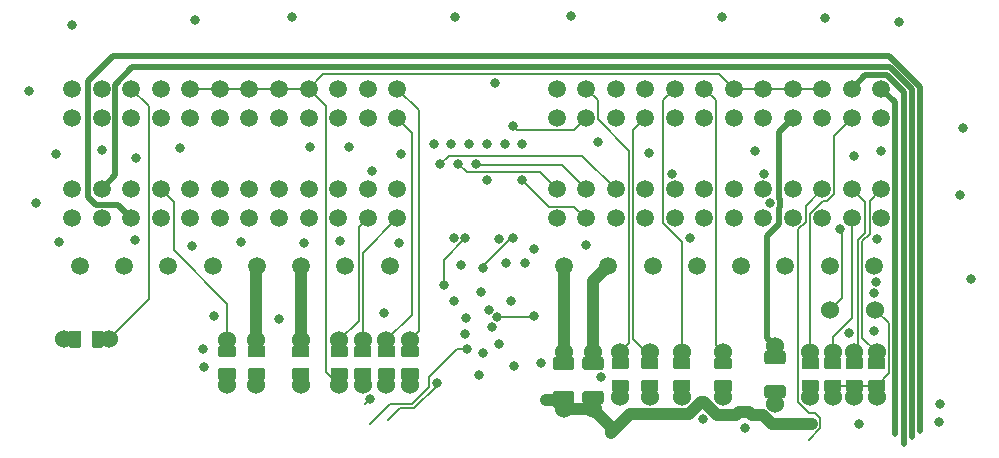
<source format=gtl>
G75*
G70*
%OFA0B0*%
%FSLAX25Y25*%
%IPPOS*%
%LPD*%
%AMOC8*
5,1,8,0,0,1.08239X$1,22.5*
%
%ADD10C,0.05906*%
%ADD11C,0.06000*%
%ADD12C,0.03150*%
%ADD13C,0.00787*%
%ADD14C,0.01969*%
%ADD15C,0.03937*%
X0000000Y0000000D02*
%LPD*%
G01*
D10*
X0304741Y0353214D03*
X0294899Y0353214D03*
X0285056Y0353214D03*
X0275214Y0353214D03*
X0265371Y0353214D03*
X0255529Y0353214D03*
X0245686Y0353214D03*
X0235844Y0353214D03*
X0226001Y0353214D03*
X0216159Y0353214D03*
X0206316Y0353214D03*
X0196473Y0353214D03*
X0304741Y0343372D03*
X0294899Y0343372D03*
X0285056Y0343372D03*
X0275214Y0343372D03*
X0265371Y0343372D03*
X0255529Y0343372D03*
X0245686Y0343372D03*
X0235844Y0343372D03*
X0226001Y0343372D03*
X0216159Y0343372D03*
X0206316Y0343372D03*
X0196473Y0343372D03*
X0304741Y0319750D03*
X0294899Y0319750D03*
X0285056Y0319750D03*
X0275214Y0319750D03*
X0265371Y0319750D03*
X0255529Y0319750D03*
X0245686Y0319750D03*
X0235844Y0319750D03*
X0226001Y0319750D03*
X0216159Y0319750D03*
X0206316Y0319750D03*
X0196473Y0319750D03*
X0304741Y0309907D03*
X0294899Y0309907D03*
X0285056Y0309907D03*
X0275214Y0309907D03*
X0265371Y0309907D03*
X0255529Y0309907D03*
X0245686Y0309907D03*
X0235844Y0309907D03*
X0226001Y0309907D03*
X0216159Y0309907D03*
X0206316Y0309907D03*
X0196473Y0309907D03*
X0302281Y0294159D03*
X0287517Y0294159D03*
X0272753Y0294159D03*
X0257989Y0294159D03*
X0243225Y0294159D03*
X0228462Y0294159D03*
X0213698Y0294159D03*
X0198934Y0294159D03*
X0143324Y0353214D03*
X0133481Y0353214D03*
X0123639Y0353214D03*
X0113796Y0353214D03*
X0103954Y0353214D03*
X0094111Y0353214D03*
X0084269Y0353214D03*
X0074426Y0353214D03*
X0064584Y0353214D03*
X0054741Y0353214D03*
X0044899Y0353214D03*
X0035056Y0353214D03*
X0143324Y0343372D03*
X0133481Y0343372D03*
X0123639Y0343372D03*
X0113796Y0343372D03*
X0103954Y0343372D03*
X0094111Y0343372D03*
X0084269Y0343372D03*
X0074426Y0343372D03*
X0064584Y0343372D03*
X0054741Y0343372D03*
X0044899Y0343372D03*
X0035056Y0343372D03*
X0143324Y0319750D03*
X0133481Y0319750D03*
X0123639Y0319750D03*
X0113796Y0319750D03*
X0103954Y0319750D03*
X0094111Y0319750D03*
X0084269Y0319750D03*
X0074426Y0319750D03*
X0064584Y0319750D03*
X0054741Y0319750D03*
X0044899Y0319750D03*
X0035056Y0319750D03*
X0143324Y0309907D03*
X0133481Y0309907D03*
X0123639Y0309907D03*
X0113796Y0309907D03*
X0103954Y0309907D03*
X0094111Y0309907D03*
X0084269Y0309907D03*
X0074426Y0309907D03*
X0064584Y0309907D03*
X0054741Y0309907D03*
X0044899Y0309907D03*
X0035056Y0309907D03*
X0140863Y0294159D03*
X0126099Y0294159D03*
X0111336Y0294159D03*
X0096572Y0294159D03*
X0081808Y0294159D03*
X0067044Y0294159D03*
X0052281Y0294159D03*
X0037517Y0294159D03*
D11*
X0131890Y0269311D03*
G36*
G01*
X0129429Y0267520D02*
X0134350Y0267520D01*
G75*
G02*
X0134744Y0267126I0000000J-000394D01*
G01*
X0134744Y0263976D01*
G75*
G02*
X0134350Y0263583I-000394J0000000D01*
G01*
X0129429Y0263583D01*
G75*
G02*
X0129035Y0263976I0000000J0000394D01*
G01*
X0129035Y0267126D01*
G75*
G02*
X0129429Y0267520I0000394J0000000D01*
G01*
G37*
G36*
G01*
X0129429Y0260039D02*
X0134350Y0260039D01*
G75*
G02*
X0134744Y0259646I0000000J-000394D01*
G01*
X0134744Y0256496D01*
G75*
G02*
X0134350Y0256102I-000394J0000000D01*
G01*
X0129429Y0256102D01*
G75*
G02*
X0129035Y0256496I0000000J0000394D01*
G01*
X0129035Y0259646D01*
G75*
G02*
X0129429Y0260039I0000394J0000000D01*
G01*
G37*
X0131890Y0254311D03*
X0032244Y0269685D03*
G36*
G01*
X0034035Y0267224D02*
X0034035Y0272146D01*
G75*
G02*
X0034429Y0272539I0000394J0000000D01*
G01*
X0037579Y0272539D01*
G75*
G02*
X0037972Y0272146I0000000J-000394D01*
G01*
X0037972Y0267224D01*
G75*
G02*
X0037579Y0266831I-000394J0000000D01*
G01*
X0034429Y0266831D01*
G75*
G02*
X0034035Y0267224I0000000J0000394D01*
G01*
G37*
G36*
G01*
X0041516Y0267224D02*
X0041516Y0272146D01*
G75*
G02*
X0041910Y0272539I0000394J0000000D01*
G01*
X0045059Y0272539D01*
G75*
G02*
X0045453Y0272146I0000000J-000394D01*
G01*
X0045453Y0267224D01*
G75*
G02*
X0045059Y0266831I-000394J0000000D01*
G01*
X0041910Y0266831D01*
G75*
G02*
X0041516Y0267224I0000000J0000394D01*
G01*
G37*
X0047244Y0269685D03*
X0124016Y0269311D03*
G36*
G01*
X0121555Y0267520D02*
X0126476Y0267520D01*
G75*
G02*
X0126870Y0267126I0000000J-000394D01*
G01*
X0126870Y0263976D01*
G75*
G02*
X0126476Y0263583I-000394J0000000D01*
G01*
X0121555Y0263583D01*
G75*
G02*
X0121161Y0263976I0000000J0000394D01*
G01*
X0121161Y0267126D01*
G75*
G02*
X0121555Y0267520I0000394J0000000D01*
G01*
G37*
G36*
G01*
X0121555Y0260039D02*
X0126476Y0260039D01*
G75*
G02*
X0126870Y0259646I0000000J-000394D01*
G01*
X0126870Y0256496D01*
G75*
G02*
X0126476Y0256102I-000394J0000000D01*
G01*
X0121555Y0256102D01*
G75*
G02*
X0121161Y0256496I0000000J0000394D01*
G01*
X0121161Y0259646D01*
G75*
G02*
X0121555Y0260039I0000394J0000000D01*
G01*
G37*
X0124016Y0254311D03*
X0086614Y0269311D03*
G36*
G01*
X0084154Y0267520D02*
X0089075Y0267520D01*
G75*
G02*
X0089469Y0267126I0000000J-000394D01*
G01*
X0089469Y0263976D01*
G75*
G02*
X0089075Y0263583I-000394J0000000D01*
G01*
X0084154Y0263583D01*
G75*
G02*
X0083760Y0263976I0000000J0000394D01*
G01*
X0083760Y0267126D01*
G75*
G02*
X0084154Y0267520I0000394J0000000D01*
G01*
G37*
G36*
G01*
X0084154Y0260039D02*
X0089075Y0260039D01*
G75*
G02*
X0089469Y0259646I0000000J-000394D01*
G01*
X0089469Y0256496D01*
G75*
G02*
X0089075Y0256102I-000394J0000000D01*
G01*
X0084154Y0256102D01*
G75*
G02*
X0083760Y0256496I0000000J0000394D01*
G01*
X0083760Y0259646D01*
G75*
G02*
X0084154Y0260039I0000394J0000000D01*
G01*
G37*
X0086614Y0254311D03*
X0208661Y0265551D03*
G36*
G01*
X0205118Y0260256D02*
X0205118Y0262972D01*
G75*
G02*
X0206024Y0263878I0000906J0000000D01*
G01*
X0211299Y0263878D01*
G75*
G02*
X0212205Y0262972I0000000J-000906D01*
G01*
X0212205Y0260256D01*
G75*
G02*
X0211299Y0259350I-000906J0000000D01*
G01*
X0206024Y0259350D01*
G75*
G02*
X0205118Y0260256I0000000J0000906D01*
G01*
G37*
G36*
G01*
X0205118Y0248839D02*
X0205118Y0251555D01*
G75*
G02*
X0206024Y0252461I0000906J0000000D01*
G01*
X0211299Y0252461D01*
G75*
G02*
X0212205Y0251555I0000000J-000906D01*
G01*
X0212205Y0248839D01*
G75*
G02*
X0211299Y0247933I-000906J0000000D01*
G01*
X0206024Y0247933D01*
G75*
G02*
X0205118Y0248839I0000000J0000906D01*
G01*
G37*
X0208661Y0246260D03*
X0111220Y0269311D03*
G36*
G01*
X0108760Y0267520D02*
X0113681Y0267520D01*
G75*
G02*
X0114075Y0267126I0000000J-000394D01*
G01*
X0114075Y0263976D01*
G75*
G02*
X0113681Y0263583I-000394J0000000D01*
G01*
X0108760Y0263583D01*
G75*
G02*
X0108366Y0263976I0000000J0000394D01*
G01*
X0108366Y0267126D01*
G75*
G02*
X0108760Y0267520I0000394J0000000D01*
G01*
G37*
G36*
G01*
X0108760Y0260039D02*
X0113681Y0260039D01*
G75*
G02*
X0114075Y0259646I0000000J-000394D01*
G01*
X0114075Y0256496D01*
G75*
G02*
X0113681Y0256102I-000394J0000000D01*
G01*
X0108760Y0256102D01*
G75*
G02*
X0108366Y0256496I0000000J0000394D01*
G01*
X0108366Y0259646D01*
G75*
G02*
X0108760Y0260039I0000394J0000000D01*
G01*
G37*
X0111220Y0254311D03*
X0269291Y0267520D03*
G36*
G01*
X0265748Y0262224D02*
X0265748Y0264941D01*
G75*
G02*
X0266654Y0265846I0000906J0000000D01*
G01*
X0271929Y0265846D01*
G75*
G02*
X0272835Y0264941I0000000J-000906D01*
G01*
X0272835Y0262224D01*
G75*
G02*
X0271929Y0261319I-000906J0000000D01*
G01*
X0266654Y0261319D01*
G75*
G02*
X0265748Y0262224I0000000J0000906D01*
G01*
G37*
G36*
G01*
X0265748Y0250807D02*
X0265748Y0253524D01*
G75*
G02*
X0266654Y0254429I0000906J0000000D01*
G01*
X0271929Y0254429D01*
G75*
G02*
X0272835Y0253524I0000000J-000906D01*
G01*
X0272835Y0250807D01*
G75*
G02*
X0271929Y0249902I-000906J0000000D01*
G01*
X0266654Y0249902D01*
G75*
G02*
X0265748Y0250807I0000000J0000906D01*
G01*
G37*
X0269291Y0248228D03*
X0198819Y0265551D03*
G36*
G01*
X0195276Y0260256D02*
X0195276Y0262972D01*
G75*
G02*
X0196181Y0263878I0000906J0000000D01*
G01*
X0201457Y0263878D01*
G75*
G02*
X0202362Y0262972I0000000J-000906D01*
G01*
X0202362Y0260256D01*
G75*
G02*
X0201457Y0259350I-000906J0000000D01*
G01*
X0196181Y0259350D01*
G75*
G02*
X0195276Y0260256I0000000J0000906D01*
G01*
G37*
G36*
G01*
X0195276Y0248839D02*
X0195276Y0251555D01*
G75*
G02*
X0196181Y0252461I0000906J0000000D01*
G01*
X0201457Y0252461D01*
G75*
G02*
X0202362Y0251555I0000000J-000906D01*
G01*
X0202362Y0248839D01*
G75*
G02*
X0201457Y0247933I-000906J0000000D01*
G01*
X0196181Y0247933D01*
G75*
G02*
X0195276Y0248839I0000000J0000906D01*
G01*
G37*
X0198819Y0246260D03*
X0251969Y0265374D03*
G36*
G01*
X0249508Y0263583D02*
X0254429Y0263583D01*
G75*
G02*
X0254823Y0263189I0000000J-000394D01*
G01*
X0254823Y0260039D01*
G75*
G02*
X0254429Y0259646I-000394J0000000D01*
G01*
X0249508Y0259646D01*
G75*
G02*
X0249114Y0260039I0000000J0000394D01*
G01*
X0249114Y0263189D01*
G75*
G02*
X0249508Y0263583I0000394J0000000D01*
G01*
G37*
G36*
G01*
X0249508Y0256102D02*
X0254429Y0256102D01*
G75*
G02*
X0254823Y0255709I0000000J-000394D01*
G01*
X0254823Y0252559D01*
G75*
G02*
X0254429Y0252165I-000394J0000000D01*
G01*
X0249508Y0252165D01*
G75*
G02*
X0249114Y0252559I0000000J0000394D01*
G01*
X0249114Y0255709D01*
G75*
G02*
X0249508Y0256102I0000394J0000000D01*
G01*
G37*
X0251969Y0250374D03*
X0147638Y0269311D03*
G36*
G01*
X0145177Y0267520D02*
X0150098Y0267520D01*
G75*
G02*
X0150492Y0267126I0000000J-000394D01*
G01*
X0150492Y0263976D01*
G75*
G02*
X0150098Y0263583I-000394J0000000D01*
G01*
X0145177Y0263583D01*
G75*
G02*
X0144783Y0263976I0000000J0000394D01*
G01*
X0144783Y0267126D01*
G75*
G02*
X0145177Y0267520I0000394J0000000D01*
G01*
G37*
G36*
G01*
X0145177Y0260039D02*
X0150098Y0260039D01*
G75*
G02*
X0150492Y0259646I0000000J-000394D01*
G01*
X0150492Y0256496D01*
G75*
G02*
X0150098Y0256102I-000394J0000000D01*
G01*
X0145177Y0256102D01*
G75*
G02*
X0144783Y0256496I0000000J0000394D01*
G01*
X0144783Y0259646D01*
G75*
G02*
X0145177Y0260039I0000394J0000000D01*
G01*
G37*
X0147638Y0254311D03*
X0303150Y0265374D03*
G36*
G01*
X0300689Y0263583D02*
X0305610Y0263583D01*
G75*
G02*
X0306004Y0263189I0000000J-000394D01*
G01*
X0306004Y0260039D01*
G75*
G02*
X0305610Y0259646I-000394J0000000D01*
G01*
X0300689Y0259646D01*
G75*
G02*
X0300295Y0260039I0000000J0000394D01*
G01*
X0300295Y0263189D01*
G75*
G02*
X0300689Y0263583I0000394J0000000D01*
G01*
G37*
G36*
G01*
X0300689Y0256102D02*
X0305610Y0256102D01*
G75*
G02*
X0306004Y0255709I0000000J-000394D01*
G01*
X0306004Y0252559D01*
G75*
G02*
X0305610Y0252165I-000394J0000000D01*
G01*
X0300689Y0252165D01*
G75*
G02*
X0300295Y0252559I0000000J0000394D01*
G01*
X0300295Y0255709D01*
G75*
G02*
X0300689Y0256102I0000394J0000000D01*
G01*
G37*
X0303150Y0250374D03*
X0281102Y0265374D03*
G36*
G01*
X0278642Y0263583D02*
X0283563Y0263583D01*
G75*
G02*
X0283957Y0263189I0000000J-000394D01*
G01*
X0283957Y0260039D01*
G75*
G02*
X0283563Y0259646I-000394J0000000D01*
G01*
X0278642Y0259646D01*
G75*
G02*
X0278248Y0260039I0000000J0000394D01*
G01*
X0278248Y0263189D01*
G75*
G02*
X0278642Y0263583I0000394J0000000D01*
G01*
G37*
G36*
G01*
X0278642Y0256102D02*
X0283563Y0256102D01*
G75*
G02*
X0283957Y0255709I0000000J-000394D01*
G01*
X0283957Y0252559D01*
G75*
G02*
X0283563Y0252165I-000394J0000000D01*
G01*
X0278642Y0252165D01*
G75*
G02*
X0278248Y0252559I0000000J0000394D01*
G01*
X0278248Y0255709D01*
G75*
G02*
X0278642Y0256102I0000394J0000000D01*
G01*
G37*
X0281102Y0250374D03*
X0288583Y0265374D03*
G36*
G01*
X0286122Y0263583D02*
X0291043Y0263583D01*
G75*
G02*
X0291437Y0263189I0000000J-000394D01*
G01*
X0291437Y0260039D01*
G75*
G02*
X0291043Y0259646I-000394J0000000D01*
G01*
X0286122Y0259646D01*
G75*
G02*
X0285728Y0260039I0000000J0000394D01*
G01*
X0285728Y0263189D01*
G75*
G02*
X0286122Y0263583I0000394J0000000D01*
G01*
G37*
G36*
G01*
X0286122Y0256102D02*
X0291043Y0256102D01*
G75*
G02*
X0291437Y0255709I0000000J-000394D01*
G01*
X0291437Y0252559D01*
G75*
G02*
X0291043Y0252165I-000394J0000000D01*
G01*
X0286122Y0252165D01*
G75*
G02*
X0285728Y0252559I0000000J0000394D01*
G01*
X0285728Y0255709D01*
G75*
G02*
X0286122Y0256102I0000394J0000000D01*
G01*
G37*
X0288583Y0250374D03*
X0139764Y0269311D03*
G36*
G01*
X0137303Y0267520D02*
X0142224Y0267520D01*
G75*
G02*
X0142618Y0267126I0000000J-000394D01*
G01*
X0142618Y0263976D01*
G75*
G02*
X0142224Y0263583I-000394J0000000D01*
G01*
X0137303Y0263583D01*
G75*
G02*
X0136909Y0263976I0000000J0000394D01*
G01*
X0136909Y0267126D01*
G75*
G02*
X0137303Y0267520I0000394J0000000D01*
G01*
G37*
G36*
G01*
X0137303Y0260039D02*
X0142224Y0260039D01*
G75*
G02*
X0142618Y0259646I0000000J-000394D01*
G01*
X0142618Y0256496D01*
G75*
G02*
X0142224Y0256102I-000394J0000000D01*
G01*
X0137303Y0256102D01*
G75*
G02*
X0136909Y0256496I0000000J0000394D01*
G01*
X0136909Y0259646D01*
G75*
G02*
X0137303Y0260039I0000394J0000000D01*
G01*
G37*
X0139764Y0254311D03*
X0295669Y0265374D03*
G36*
G01*
X0293209Y0263583D02*
X0298130Y0263583D01*
G75*
G02*
X0298524Y0263189I0000000J-000394D01*
G01*
X0298524Y0260039D01*
G75*
G02*
X0298130Y0259646I-000394J0000000D01*
G01*
X0293209Y0259646D01*
G75*
G02*
X0292815Y0260039I0000000J0000394D01*
G01*
X0292815Y0263189D01*
G75*
G02*
X0293209Y0263583I0000394J0000000D01*
G01*
G37*
G36*
G01*
X0293209Y0256102D02*
X0298130Y0256102D01*
G75*
G02*
X0298524Y0255709I0000000J-000394D01*
G01*
X0298524Y0252559D01*
G75*
G02*
X0298130Y0252165I-000394J0000000D01*
G01*
X0293209Y0252165D01*
G75*
G02*
X0292815Y0252559I0000000J0000394D01*
G01*
X0292815Y0255709D01*
G75*
G02*
X0293209Y0256102I0000394J0000000D01*
G01*
G37*
X0295669Y0250374D03*
X0096457Y0269311D03*
G36*
G01*
X0093996Y0267520D02*
X0098917Y0267520D01*
G75*
G02*
X0099311Y0267126I0000000J-000394D01*
G01*
X0099311Y0263976D01*
G75*
G02*
X0098917Y0263583I-000394J0000000D01*
G01*
X0093996Y0263583D01*
G75*
G02*
X0093602Y0263976I0000000J0000394D01*
G01*
X0093602Y0267126D01*
G75*
G02*
X0093996Y0267520I0000394J0000000D01*
G01*
G37*
G36*
G01*
X0093996Y0260039D02*
X0098917Y0260039D01*
G75*
G02*
X0099311Y0259646I0000000J-000394D01*
G01*
X0099311Y0256496D01*
G75*
G02*
X0098917Y0256102I-000394J0000000D01*
G01*
X0093996Y0256102D01*
G75*
G02*
X0093602Y0256496I0000000J0000394D01*
G01*
X0093602Y0259646D01*
G75*
G02*
X0093996Y0260039I0000394J0000000D01*
G01*
G37*
X0096457Y0254311D03*
X0227559Y0265374D03*
G36*
G01*
X0225098Y0263583D02*
X0230020Y0263583D01*
G75*
G02*
X0230413Y0263189I0000000J-000394D01*
G01*
X0230413Y0260039D01*
G75*
G02*
X0230020Y0259646I-000394J0000000D01*
G01*
X0225098Y0259646D01*
G75*
G02*
X0224705Y0260039I0000000J0000394D01*
G01*
X0224705Y0263189D01*
G75*
G02*
X0225098Y0263583I0000394J0000000D01*
G01*
G37*
G36*
G01*
X0225098Y0256102D02*
X0230020Y0256102D01*
G75*
G02*
X0230413Y0255709I0000000J-000394D01*
G01*
X0230413Y0252559D01*
G75*
G02*
X0230020Y0252165I-000394J0000000D01*
G01*
X0225098Y0252165D01*
G75*
G02*
X0224705Y0252559I0000000J0000394D01*
G01*
X0224705Y0255709D01*
G75*
G02*
X0225098Y0256102I0000394J0000000D01*
G01*
G37*
X0227559Y0250374D03*
X0238189Y0265374D03*
G36*
G01*
X0235728Y0263583D02*
X0240650Y0263583D01*
G75*
G02*
X0241043Y0263189I0000000J-000394D01*
G01*
X0241043Y0260039D01*
G75*
G02*
X0240650Y0259646I-000394J0000000D01*
G01*
X0235728Y0259646D01*
G75*
G02*
X0235335Y0260039I0000000J0000394D01*
G01*
X0235335Y0263189D01*
G75*
G02*
X0235728Y0263583I0000394J0000000D01*
G01*
G37*
G36*
G01*
X0235728Y0256102D02*
X0240650Y0256102D01*
G75*
G02*
X0241043Y0255709I0000000J-000394D01*
G01*
X0241043Y0252559D01*
G75*
G02*
X0240650Y0252165I-000394J0000000D01*
G01*
X0235728Y0252165D01*
G75*
G02*
X0235335Y0252559I0000000J0000394D01*
G01*
X0235335Y0255709D01*
G75*
G02*
X0235728Y0256102I0000394J0000000D01*
G01*
G37*
X0238189Y0250374D03*
X0217717Y0265374D03*
G36*
G01*
X0215256Y0263583D02*
X0220177Y0263583D01*
G75*
G02*
X0220571Y0263189I0000000J-000394D01*
G01*
X0220571Y0260039D01*
G75*
G02*
X0220177Y0259646I-000394J0000000D01*
G01*
X0215256Y0259646D01*
G75*
G02*
X0214862Y0260039I0000000J0000394D01*
G01*
X0214862Y0263189D01*
G75*
G02*
X0215256Y0263583I0000394J0000000D01*
G01*
G37*
G36*
G01*
X0215256Y0256102D02*
X0220177Y0256102D01*
G75*
G02*
X0220571Y0255709I0000000J-000394D01*
G01*
X0220571Y0252559D01*
G75*
G02*
X0220177Y0252165I-000394J0000000D01*
G01*
X0215256Y0252165D01*
G75*
G02*
X0214862Y0252559I0000000J0000394D01*
G01*
X0214862Y0255709D01*
G75*
G02*
X0215256Y0256102I0000394J0000000D01*
G01*
G37*
X0217717Y0250374D03*
X0287756Y0279528D03*
X0302756Y0279528D03*
D12*
X0166104Y0303409D03*
X0158825Y0287611D03*
X0173225Y0322835D03*
X0176629Y0277079D03*
X0022835Y0314961D03*
X0181848Y0303408D03*
X0188976Y0277559D03*
X0135039Y0325591D03*
X0172043Y0293536D03*
X0182244Y0260690D03*
X0176025Y0355118D03*
X0177356Y0303222D03*
X0211451Y0257191D03*
X0162205Y0303543D03*
X0302891Y0288740D03*
X0234843Y0324803D03*
X0156496Y0255003D03*
X0265752Y0324852D03*
X0267717Y0314961D03*
X0303346Y0303150D03*
X0240945Y0303543D03*
X0181841Y0340815D03*
X0157781Y0327948D03*
X0169675Y0328125D03*
X0163729Y0328042D03*
X0185036Y0322835D03*
X0179134Y0334646D03*
X0108268Y0377165D03*
X0124409Y0302362D03*
X0112205Y0301575D03*
X0285827Y0376772D03*
X0103937Y0276378D03*
X0161417Y0334646D03*
X0035039Y0374409D03*
X0162598Y0377165D03*
X0155512Y0334646D03*
X0078983Y0260387D03*
X0294094Y0271654D03*
X0074803Y0300787D03*
X0162267Y0282281D03*
X0091339Y0301969D03*
X0056299Y0329921D03*
X0044882Y0332677D03*
X0210236Y0335433D03*
X0185816Y0295118D03*
X0171260Y0285433D03*
X0227165Y0331890D03*
X0181199Y0282354D03*
X0170472Y0257874D03*
X0302362Y0272441D03*
X0167323Y0334646D03*
X0075984Y0375984D03*
X0188976Y0299606D03*
X0262598Y0332283D03*
X0179709Y0295206D03*
X0138976Y0278346D03*
X0114173Y0333858D03*
X0144488Y0331496D03*
X0127165Y0333858D03*
X0334646Y0289764D03*
X0055906Y0302756D03*
X0251480Y0377073D03*
X0172047Y0264961D03*
X0078740Y0266535D03*
X0029528Y0331496D03*
X0201181Y0377559D03*
X0020472Y0352362D03*
X0259261Y0240097D03*
X0173228Y0334646D03*
X0331952Y0340020D03*
X0310629Y0375499D03*
X0030709Y0301969D03*
X0331102Y0317717D03*
X0070866Y0333465D03*
X0302362Y0285039D03*
X0191339Y0261811D03*
X0297244Y0241339D03*
X0164743Y0294563D03*
X0295669Y0330709D03*
X0304724Y0332283D03*
X0206299Y0301181D03*
X0144094Y0301575D03*
X0185039Y0334646D03*
X0082283Y0277559D03*
X0177165Y0268110D03*
X0281496Y0241339D03*
X0290945Y0306299D03*
X0134250Y0249677D03*
X0245276Y0242911D03*
X0324116Y0242097D03*
X0324260Y0248031D03*
X0165905Y0271457D03*
X0166732Y0266339D03*
X0166142Y0276575D03*
X0173810Y0279536D03*
X0175032Y0273696D03*
D13*
X0188976Y0277559D02*
X0188480Y0277062D01*
X0176645Y0277062D02*
X0176629Y0277079D01*
X0188480Y0277062D02*
X0176645Y0277062D01*
X0181328Y0303408D02*
X0172043Y0294123D01*
X0181848Y0303408D02*
X0181328Y0303408D01*
X0172043Y0294123D02*
X0172043Y0293536D01*
X0166104Y0303409D02*
X0158825Y0296130D01*
X0158825Y0296130D02*
X0158825Y0287611D01*
X0285056Y0319750D02*
X0279528Y0314221D01*
X0279528Y0314221D02*
X0279528Y0308654D01*
X0282719Y0245079D02*
X0284449Y0243349D01*
X0277118Y0248711D02*
X0280751Y0245079D01*
X0280751Y0245079D02*
X0282719Y0245079D01*
X0284449Y0243349D02*
X0284449Y0240116D01*
X0284449Y0240116D02*
X0280512Y0236179D01*
X0279528Y0308654D02*
X0277118Y0306244D01*
X0277118Y0306244D02*
X0277118Y0248711D01*
X0060647Y0347309D02*
X0054741Y0353214D01*
X0307283Y0275000D02*
X0307283Y0258268D01*
X0302756Y0279528D02*
X0307283Y0275000D01*
X0156496Y0254194D02*
X0156496Y0255003D01*
X0060647Y0283088D02*
X0060647Y0347309D01*
X0303150Y0254134D02*
X0288583Y0254134D01*
X0140256Y0242660D02*
X0144249Y0246654D01*
X0047244Y0269685D02*
X0060647Y0283088D01*
X0148956Y0246654D02*
X0156496Y0254194D01*
X0307283Y0258268D02*
X0303150Y0254134D01*
X0144249Y0246654D02*
X0148956Y0246654D01*
X0131102Y0253524D02*
X0131890Y0254311D01*
D14*
X0309269Y0348687D02*
X0304741Y0353214D01*
X0309269Y0238127D02*
X0309269Y0348687D01*
X0312205Y0234686D02*
X0312205Y0352154D01*
X0306617Y0357742D02*
X0299426Y0357742D01*
X0299426Y0357742D02*
X0294899Y0353214D01*
X0312205Y0352154D02*
X0306617Y0357742D01*
D13*
X0202379Y0339435D02*
X0183220Y0339435D01*
X0206316Y0343372D02*
X0202379Y0339435D01*
X0183220Y0339435D02*
X0181841Y0340815D01*
X0157781Y0327948D02*
X0160660Y0330827D01*
X0160660Y0330827D02*
X0205082Y0330827D01*
X0205082Y0330827D02*
X0216159Y0319750D01*
X0169675Y0328125D02*
X0169986Y0327814D01*
X0198252Y0327814D02*
X0206316Y0319750D01*
X0169986Y0327814D02*
X0198252Y0327814D01*
X0190830Y0325394D02*
X0196473Y0319750D01*
X0166516Y0325255D02*
X0170563Y0325255D01*
X0170702Y0325394D02*
X0190830Y0325394D01*
X0170563Y0325255D02*
X0170702Y0325394D01*
X0163729Y0328042D02*
X0166516Y0325255D01*
X0202379Y0313844D02*
X0194026Y0313844D01*
X0194026Y0313844D02*
X0185036Y0322835D01*
X0206316Y0309907D02*
X0202379Y0313844D01*
D14*
X0270686Y0316445D02*
X0270686Y0338844D01*
X0270686Y0338844D02*
X0275214Y0343372D01*
X0270686Y0313476D02*
X0270866Y0313656D01*
X0269291Y0267520D02*
X0266685Y0270126D01*
X0270866Y0316265D02*
X0270686Y0316445D01*
X0270686Y0308088D02*
X0270686Y0313476D01*
X0270866Y0313656D02*
X0270866Y0316265D01*
X0266685Y0304087D02*
X0270686Y0308088D01*
X0266685Y0270126D02*
X0266685Y0304087D01*
X0307677Y0360301D02*
X0066994Y0360301D01*
X0066929Y0360236D02*
X0055118Y0360236D01*
X0314961Y0353017D02*
X0307677Y0360301D01*
X0049426Y0354544D02*
X0049426Y0324277D01*
X0314961Y0237008D02*
X0314961Y0353017D01*
X0066994Y0360301D02*
X0066929Y0360236D01*
X0049426Y0324277D02*
X0044899Y0319750D01*
X0055118Y0360236D02*
X0049426Y0354544D01*
D15*
X0208661Y0289123D02*
X0213698Y0294159D01*
X0208661Y0265551D02*
X0208661Y0289123D01*
D13*
X0250607Y0358136D02*
X0118718Y0358136D01*
X0119702Y0347309D02*
X0113796Y0353214D01*
X0255529Y0353214D02*
X0250607Y0358136D01*
X0255529Y0353214D02*
X0285056Y0353214D01*
X0119702Y0258625D02*
X0119702Y0347309D01*
X0124016Y0254311D02*
X0119702Y0258625D01*
X0118718Y0358136D02*
X0113796Y0353214D01*
X0113796Y0353214D02*
X0074426Y0353214D01*
D15*
X0198819Y0294044D02*
X0198934Y0294159D01*
X0198819Y0265551D02*
X0198819Y0294044D01*
D14*
X0040371Y0355877D02*
X0040371Y0317087D01*
X0050214Y0314435D02*
X0054741Y0309907D01*
X0048667Y0364173D02*
X0040371Y0355877D01*
X0040371Y0317087D02*
X0043023Y0314435D01*
X0043023Y0314435D02*
X0050214Y0314435D01*
X0307423Y0364173D02*
X0048667Y0364173D01*
X0317717Y0238976D02*
X0317717Y0353880D01*
X0317717Y0353880D02*
X0307423Y0364173D01*
D13*
X0249623Y0267719D02*
X0249623Y0349277D01*
X0251969Y0265374D02*
X0249623Y0267719D01*
X0249623Y0349277D02*
X0245686Y0353214D01*
D15*
X0265170Y0244488D02*
X0268319Y0241339D01*
X0261752Y0244488D02*
X0265170Y0244488D01*
X0214469Y0238484D02*
X0214469Y0240453D01*
X0268319Y0241339D02*
X0281496Y0241339D01*
X0244496Y0248819D02*
X0245662Y0248819D01*
X0208661Y0246260D02*
X0198819Y0246260D01*
X0214469Y0238484D02*
X0220799Y0244815D01*
X0198819Y0246260D02*
X0195819Y0249260D01*
X0245662Y0248819D02*
X0249993Y0244488D01*
X0195819Y0249260D02*
X0193020Y0249260D01*
X0256359Y0244488D02*
X0257343Y0245472D01*
X0240492Y0244815D02*
X0244496Y0248819D01*
X0220799Y0244815D02*
X0240492Y0244815D01*
X0260767Y0245472D02*
X0261752Y0244488D01*
X0257343Y0245472D02*
X0260767Y0245472D01*
X0249993Y0244488D02*
X0256359Y0244488D01*
X0214469Y0240453D02*
X0208661Y0246260D01*
D13*
X0238189Y0301994D02*
X0231907Y0308277D01*
X0238189Y0265374D02*
X0238189Y0301994D01*
X0231907Y0349277D02*
X0235844Y0353214D01*
X0231907Y0308277D02*
X0231907Y0349277D01*
X0210253Y0342897D02*
X0210253Y0349277D01*
X0217717Y0265374D02*
X0220686Y0268344D01*
X0220686Y0332464D02*
X0210253Y0342897D01*
X0220686Y0268344D02*
X0220686Y0332464D01*
X0210253Y0349277D02*
X0206316Y0353214D01*
X0291732Y0305512D02*
X0290945Y0306299D01*
X0291732Y0283504D02*
X0291732Y0296850D01*
X0287756Y0279528D02*
X0291732Y0283504D01*
X0291732Y0296850D02*
X0291732Y0305512D01*
X0286687Y0315813D02*
X0288993Y0318119D01*
X0288993Y0337466D02*
X0294899Y0343372D01*
X0288993Y0318119D02*
X0288993Y0337466D01*
X0285394Y0315813D02*
X0286687Y0315813D01*
X0281102Y0311521D02*
X0285394Y0315813D01*
X0281102Y0265374D02*
X0281102Y0311521D01*
X0222064Y0269688D02*
X0222064Y0339435D01*
X0226378Y0265374D02*
X0222064Y0269688D01*
X0222064Y0339435D02*
X0226001Y0343372D01*
X0298344Y0270180D02*
X0298344Y0302281D01*
X0303150Y0265374D02*
X0298344Y0270180D01*
X0300804Y0315813D02*
X0304741Y0319750D01*
X0300804Y0304741D02*
X0300804Y0315813D01*
X0298344Y0302281D02*
X0300804Y0304741D01*
X0296966Y0266670D02*
X0296966Y0302871D01*
X0295669Y0265374D02*
X0296966Y0266670D01*
X0296966Y0302871D02*
X0299213Y0305118D01*
X0299213Y0305118D02*
X0299213Y0315436D01*
X0299213Y0315436D02*
X0294899Y0319750D01*
X0294899Y0276755D02*
X0294899Y0309907D01*
X0288583Y0265374D02*
X0288583Y0270439D01*
X0288583Y0270439D02*
X0294899Y0276755D01*
X0132480Y0247908D02*
X0134250Y0249677D01*
X0068898Y0299266D02*
X0068898Y0315436D01*
X0068898Y0315436D02*
X0064584Y0319750D01*
X0086614Y0281549D02*
X0068898Y0299266D01*
X0086614Y0269311D02*
X0086614Y0281549D01*
X0131890Y0298473D02*
X0143324Y0309907D01*
X0131890Y0269311D02*
X0131890Y0298473D01*
X0130512Y0306938D02*
X0133481Y0309907D01*
X0124016Y0269311D02*
X0130512Y0275807D01*
X0130512Y0275807D02*
X0130512Y0306938D01*
D15*
X0111220Y0294044D02*
X0111336Y0294159D01*
X0111220Y0269311D02*
X0111220Y0294044D01*
X0096457Y0269311D02*
X0096457Y0294044D01*
X0096457Y0294044D02*
X0096572Y0294159D01*
D13*
X0148385Y0248031D02*
X0153937Y0253584D01*
X0140965Y0248031D02*
X0148385Y0248031D01*
X0153937Y0257087D02*
X0163189Y0266339D01*
X0134252Y0241319D02*
X0140965Y0248031D01*
X0163189Y0266339D02*
X0166732Y0266339D01*
X0153937Y0253584D02*
X0153937Y0257087D01*
X0150638Y0345901D02*
X0143324Y0353214D01*
X0150638Y0272311D02*
X0150638Y0345901D01*
X0147638Y0269311D02*
X0150638Y0272311D01*
X0139764Y0269311D02*
X0148245Y0277792D01*
X0148245Y0338451D02*
X0143324Y0343372D01*
X0148245Y0277792D02*
X0148245Y0338451D01*
M02*

</source>
